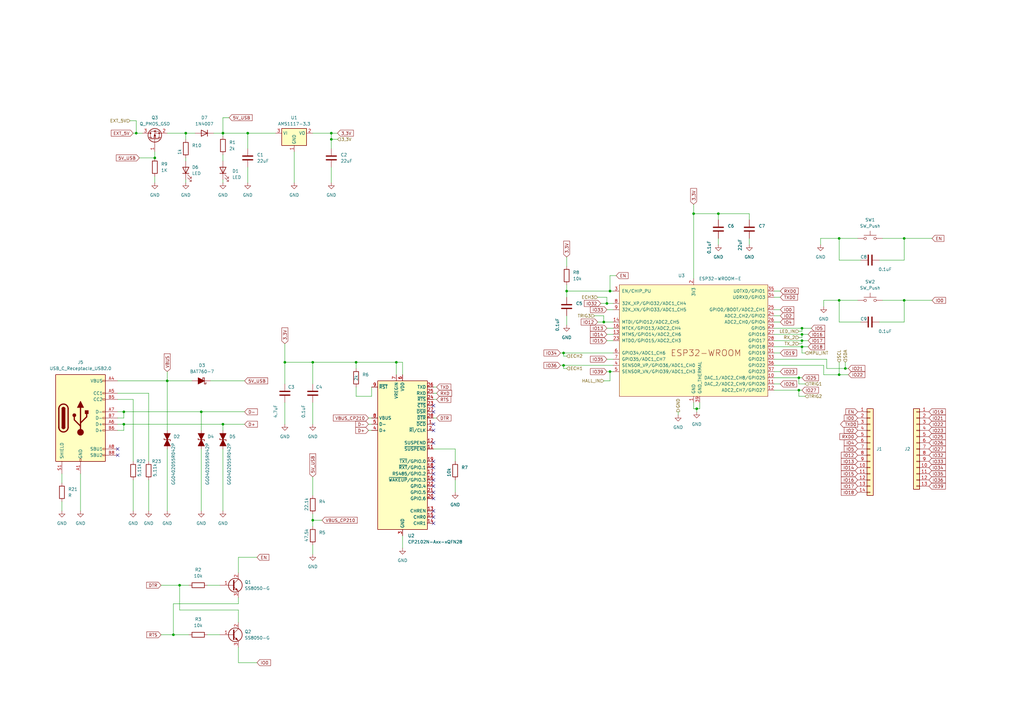
<source format=kicad_sch>
(kicad_sch (version 20230121) (generator eeschema)
  (paper "A3")
  (title_block (title "ESP32_1") (rev "1") (company "FRED"))
  (lib_symbols
    (symbol "Connector:USB_C_Receptacle_USB2.0" (pin_names (offset 1.016))
      (property "Reference" "J" (at -10.16 19.05 0))
      (property "Value" "USB_C_Receptacle_USB2.0" (at 19.05 19.05 0))
      (symbol "USB_C_Receptacle_USB2.0_1_1"
        (pin passive line (at 0 -22.86 90) (length 5.08) (name "GND") (number "A1"))
        (pin passive line (at 0 -22.86 90) (length 5.08) hide (name "GND") (number "A12"))
        (pin passive line (at 15.24 15.24 180) (length 5.08) (name "VBUS") (number "A4"))
        (pin bidirectional line (at 15.24 10.16 180) (length 5.08) (name "CC1") (number "A5"))
        (pin bidirectional line (at 15.24 -2.54 180) (length 5.08) (name "D+") (number "A6"))
        (pin bidirectional line (at 15.24 2.54 180) (length 5.08) (name "D-") (number "A7"))
        (pin bidirectional line (at 15.24 -12.7 180) (length 5.08) (name "SBU1") (number "A8"))
        (pin passive line (at 15.24 15.24 180) (length 5.08) hide (name "VBUS") (number "A9"))
        (pin passive line (at 0 -22.86 90) (length 5.08) hide (name "GND") (number "B1"))
        (pin passive line (at 0 -22.86 90) (length 5.08) hide (name "GND") (number "B12"))
        (pin passive line (at 15.24 15.24 180) (length 5.08) hide (name "VBUS") (number "B4"))
        (pin bidirectional line (at 15.24 7.62 180) (length 5.08) (name "CC2") (number "B5"))
        (pin bidirectional line (at 15.24 -5.08 180) (length 5.08) (name "D+") (number "B6"))
        (pin bidirectional line (at 15.24 0 180) (length 5.08) (name "D-") (number "B7"))
        (pin bidirectional line (at 15.24 -15.24 180) (length 5.08) (name "SBU2") (number "B8"))
        (pin passive line (at 15.24 15.24 180) (length 5.08) hide (name "VBUS") (number "B9"))
        (pin passive line (at -7.62 -22.86 90) (length 5.08) (name "SHIELD") (number "S1"))
      )
    )
    (symbol "Connector_Generic:Conn_01x13" (pin_names (offset 1.016) hide)
      (property "Reference" "J" (at 0 17.78 0))
      (property "Value" "Conn_01x13" (at 0 -17.78 0))
      (symbol "Conn_01x13_1_1"
        (pin passive line (at -5.08 15.24 0) (length 3.81) (name "Pin_1") (number "1"))
        (pin passive line (at -5.08 -7.62 0) (length 3.81) (name "Pin_10") (number "10"))
        (pin passive line (at -5.08 -10.16 0) (length 3.81) (name "Pin_11") (number "11"))
        (pin passive line (at -5.08 -12.7 0) (length 3.81) (name "Pin_12") (number "12"))
        (pin passive line (at -5.08 -15.24 0) (length 3.81) (name "Pin_13") (number "13"))
        (pin passive line (at -5.08 12.7 0) (length 3.81) (name "Pin_2") (number "2"))
        (pin passive line (at -5.08 10.16 0) (length 3.81) (name "Pin_3") (number "3"))
        (pin passive line (at -5.08 7.62 0) (length 3.81) (name "Pin_4") (number "4"))
        (pin passive line (at -5.08 5.08 0) (length 3.81) (name "Pin_5") (number "5"))
        (pin passive line (at -5.08 2.54 0) (length 3.81) (name "Pin_6") (number "6"))
        (pin passive line (at -5.08 0 0) (length 3.81) (name "Pin_7") (number "7"))
        (pin passive line (at -5.08 -2.54 0) (length 3.81) (name "Pin_8") (number "8"))
        (pin passive line (at -5.08 -5.08 0) (length 3.81) (name "Pin_9") (number "9"))
      )
    )
    (symbol "Connector_Generic:Conn_01x14" (pin_names (offset 1.016) hide)
      (property "Reference" "J" (at 0 17.78 0))
      (property "Value" "Conn_01x14" (at 0 -20.32 0))
      (symbol "Conn_01x14_1_1"
        (pin passive line (at -5.08 15.24 0) (length 3.81) (name "Pin_1") (number "1"))
        (pin passive line (at -5.08 -7.62 0) (length 3.81) (name "Pin_10") (number "10"))
        (pin passive line (at -5.08 -10.16 0) (length 3.81) (name "Pin_11") (number "11"))
        (pin passive line (at -5.08 -12.7 0) (length 3.81) (name "Pin_12") (number "12"))
        (pin passive line (at -5.08 -15.24 0) (length 3.81) (name "Pin_13") (number "13"))
        (pin passive line (at -5.08 -17.78 0) (length 3.81) (name "Pin_14") (number "14"))
        (pin passive line (at -5.08 12.7 0) (length 3.81) (name "Pin_2") (number "2"))
        (pin passive line (at -5.08 10.16 0) (length 3.81) (name "Pin_3") (number "3"))
        (pin passive line (at -5.08 7.62 0) (length 3.81) (name "Pin_4") (number "4"))
        (pin passive line (at -5.08 5.08 0) (length 3.81) (name "Pin_5") (number "5"))
        (pin passive line (at -5.08 2.54 0) (length 3.81) (name "Pin_6") (number "6"))
        (pin passive line (at -5.08 0 0) (length 3.81) (name "Pin_7") (number "7"))
        (pin passive line (at -5.08 -2.54 0) (length 3.81) (name "Pin_8") (number "8"))
        (pin passive line (at -5.08 -5.08 0) (length 3.81) (name "Pin_9") (number "9"))
      )
    )
    (symbol "Device:C" (pin_numbers hide) (pin_names (offset 0.254))
      (property "Reference" "C" (at 0.635 2.54 0))
      (property "Value" "C" (at 0.635 -2.54 0))
      (symbol "C_1_1"
        (pin passive line (at 0 3.81 270) (length 2.794) (name "~") (number "1"))
        (pin passive line (at 0 -3.81 90) (length 2.794) (name "~") (number "2"))
      )
    )
    (symbol "Device:D_Schottky_Filled" (pin_numbers hide) (pin_names (offset 1.016) hide)
      (property "Reference" "D" (at 0 2.54 0))
      (property "Value" "D_Schottky_Filled" (at 0 -2.54 0))
      (symbol "D_Schottky_Filled_1_1"
        (pin passive line (at -3.81 0 0) (length 2.54) (name "K") (number "1"))
        (pin passive line (at 3.81 0 180) (length 2.54) (name "A") (number "2"))
      )
    )
    (symbol "Device:D_TVS_Filled" (pin_numbers hide) (pin_names (offset 1.016) hide)
      (property "Reference" "D" (at 0 2.54 0))
      (property "Value" "D_TVS_Filled" (at 0 -2.54 0))
      (symbol "D_TVS_Filled_1_1"
        (pin passive line (at -3.81 0 0) (length 2.54) (name "A1") (number "1"))
        (pin passive line (at 3.81 0 180) (length 2.54) (name "A2") (number "2"))
      )
    )
    (symbol "Device:LED" (pin_numbers hide) (pin_names (offset 1.016) hide)
      (property "Reference" "D" (at 0 2.54 0))
      (property "Value" "LED" (at 0 -2.54 0))
      (symbol "LED_1_1"
        (pin passive line (at -3.81 0 0) (length 2.54) (name "K") (number "1"))
        (pin passive line (at 3.81 0 180) (length 2.54) (name "A") (number "2"))
      )
    )
    (symbol "Device:Q_PMOS_GSD" (pin_names (offset 0) hide)
      (property "Reference" "Q" (at 5.08 1.27 0))
      (property "Value" "Q_PMOS_GSD" (at 5.08 -1.27 0))
      (symbol "Q_PMOS_GSD_1_1"
        (pin input line (at -5.08 0 0) (length 2.54) (name "G") (number "1"))
        (pin passive line (at 2.54 -5.08 90) (length 2.54) (name "S") (number "2"))
        (pin passive line (at 2.54 5.08 270) (length 2.54) (name "D") (number "3"))
      )
    )
    (symbol "Device:R" (pin_numbers hide) (pin_names (offset 0))
      (property "Reference" "R" (at 2.032 0 90))
      (property "Value" "R" (at 0 0 90))
      (symbol "R_1_1"
        (pin passive line (at 0 3.81 270) (length 1.27) (name "~") (number "1"))
        (pin passive line (at 0 -3.81 90) (length 1.27) (name "~") (number "2"))
      )
    )
    (symbol "Diode:1N4007" (pin_numbers hide) (pin_names hide)
      (property "Reference" "D" (at 0 2.54 0))
      (property "Value" "1N4007" (at 0 -2.54 0))
      (symbol "1N4007_1_1"
        (pin passive line (at -3.81 0 0) (length 2.54) (name "K") (number "1"))
        (pin passive line (at 3.81 0 180) (length 2.54) (name "A") (number "2"))
      )
    )
    (symbol "Interface_USB:CP2102N-Axx-xQFN28"
      (property "Reference" "U" (at -8.89 31.75 0))
      (property "Value" "CP2102N-Axx-xQFN28" (at 12.7 31.75 0))
      (symbol "CP2102N-Axx-xQFN28_1_1"
        (pin input line (at 12.7 12.7 180) (length 2.54) (name "~{DCD}") (number "1"))
        (pin no_connect line (at -10.16 -27.94 0) (length 2.54) hide (name "NC") (number "10"))
        (pin output line (at 12.7 2.54 180) (length 2.54) (name "~{SUSPEND}") (number "11"))
        (pin output line (at 12.7 5.08 180) (length 2.54) (name "SUSPEND") (number "12"))
        (pin output line (at 12.7 -22.86 180) (length 2.54) (name "CHREN") (number "13"))
        (pin output line (at 12.7 -27.94 180) (length 2.54) (name "CHR1") (number "14"))
        (pin output line (at 12.7 -25.4 180) (length 2.54) (name "CHR0") (number "15"))
        (pin bidirectional line (at 12.7 -10.16 180) (length 2.54) (name "~{WAKEUP}/GPIO.3") (number "16"))
        (pin bidirectional line (at 12.7 -7.62 180) (length 2.54) (name "RS485/GPIO.2") (number "17"))
        (pin bidirectional line (at 12.7 -5.08 180) (length 2.54) (name "~{RXT}/GPIO.1") (number "18"))
        (pin bidirectional line (at 12.7 -2.54 180) (length 2.54) (name "~{TXT}/GPIO.0") (number "19"))
        (pin bidirectional line (at 12.7 10.16 180) (length 2.54) (name "~{RI}/CLK") (number "2"))
        (pin bidirectional line (at 12.7 -17.78 180) (length 2.54) (name "GPIO.6") (number "20"))
        (pin bidirectional line (at 12.7 -15.24 180) (length 2.54) (name "GPIO.5") (number "21"))
        (pin bidirectional line (at 12.7 -12.7 180) (length 2.54) (name "GPIO.4") (number "22"))
        (pin input line (at 12.7 20.32 180) (length 2.54) (name "~{CTS}") (number "23"))
        (pin output line (at 12.7 22.86 180) (length 2.54) (name "~{RTS}") (number "24"))
        (pin input line (at 12.7 25.4 180) (length 2.54) (name "RXD") (number "25"))
        (pin output line (at 12.7 27.94 180) (length 2.54) (name "TXD") (number "26"))
        (pin input line (at 12.7 17.78 180) (length 2.54) (name "~{DSR}") (number "27"))
        (pin output line (at 12.7 15.24 180) (length 2.54) (name "~{DTR}") (number "28"))
        (pin passive line (at 0 -33.02 90) (length 2.54) hide (name "GND") (number "29"))
        (pin power_in line (at 0 -33.02 90) (length 2.54) (name "GND") (number "3"))
        (pin bidirectional line (at -12.7 10.16 0) (length 2.54) (name "D+") (number "4"))
        (pin bidirectional line (at -12.7 12.7 0) (length 2.54) (name "D-") (number "5"))
        (pin power_in line (at 0 33.02 270) (length 2.54) (name "VDD") (number "6"))
        (pin power_in line (at -2.54 33.02 270) (length 2.54) (name "VREGIN") (number "7"))
        (pin input line (at -12.7 15.24 0) (length 2.54) (name "VBUS") (number "8"))
        (pin input line (at -12.7 27.94 0) (length 2.54) (name "~{RST}") (number "9"))
      )
    )
    (symbol "PCM_Espressif:ESP32-WROOM-E" (pin_names (offset 1.016))
      (property "Reference" "U" (at -30.48 27.94 0))
      (property "Value" "ESP32-WROOM-E" (at -30.48 25.4 0))
      (symbol "ESP32-WROOM-E_1_1"
        (text "ESP32-­WROOM­" (at 5.08 -5.08 0) (effects (font (size 2.54 2.54))))
        (pin power_in line (at 0 -25.4 90) (length 2.54) (name "GND") (number "1"))
        (pin bidirectional line (at 33.02 -15.24 180) (length 2.54) (name "DAC_1/ADC2_CH8/GPIO25") (number "10"))
        (pin bidirectional line (at 33.02 -17.78 180) (length 2.54) (name "DAC_2/ADC2_CH9/GPIO26") (number "11"))
        (pin bidirectional line (at 33.02 -20.32 180) (length 2.54) (name "ADC2_CH7/GPIO27") (number "12"))
        (pin bidirectional line (at -33.02 2.54 0) (length 2.54) (name "MTMS/GPIO14/ADC2_CH6") (number "13"))
        (pin bidirectional line (at -33.02 7.62 0) (length 2.54) (name "MTDI/GPIO12/ADC2_CH5") (number "14"))
        (pin passive line (at 0 -25.4 90) (length 2.54) hide (name "GND") (number "15"))
        (pin bidirectional line (at -33.02 5.08 0) (length 2.54) (name "MTCK/GPIO13/ADC2_CH4") (number "16"))
        (pin power_in line (at 0 25.4 270) (length 2.54) (name "3V3") (number "2"))
        (pin bidirectional line (at -33.02 0 0) (length 2.54) (name "MTDO/GPIO15/ADC2_CH3") (number "23"))
        (pin bidirectional line (at 33.02 10.16 180) (length 2.54) (name "ADC2_CH2/GPIO2") (number "24"))
        (pin bidirectional line (at 33.02 12.7 180) (length 2.54) (name "GPIO0/BOOT/ADC2_CH1") (number "25"))
        (pin bidirectional line (at 33.02 7.62 180) (length 2.54) (name "ADC2_CH0/GPIO4") (number "26"))
        (pin bidirectional line (at 33.02 2.54 180) (length 2.54) (name "GPIO16") (number "27"))
        (pin bidirectional line (at 33.02 0 180) (length 2.54) (name "GPIO17") (number "28"))
        (pin bidirectional line (at 33.02 5.08 180) (length 2.54) (name "GPIO5") (number "29"))
        (pin input line (at -33.02 20.32 0) (length 2.54) (name "EN/CHIP_PU") (number "3"))
        (pin bidirectional line (at 33.02 -2.54 180) (length 2.54) (name "GPIO18") (number "30"))
        (pin bidirectional line (at 33.02 -5.08 180) (length 2.54) (name "GPIO19") (number "31"))
        (pin bidirectional line (at 33.02 -7.62 180) (length 2.54) (name "GPIO21") (number "33"))
        (pin bidirectional line (at 33.02 17.78 180) (length 2.54) (name "U0RXD/GPIO3") (number "34"))
        (pin bidirectional line (at 33.02 20.32 180) (length 2.54) (name "U0TXD/GPIO1") (number "35"))
        (pin bidirectional line (at 33.02 -10.16 180) (length 2.54) (name "GPIO22") (number "36"))
        (pin bidirectional line (at 33.02 -12.7 180) (length 2.54) (name "GPIO23") (number "37"))
        (pin passive line (at 0 -25.4 90) (length 2.54) hide (name "GND") (number "38"))
        (pin power_in line (at 2.54 -25.4 90) (length 2.54) (name "GND_THERMAL") (number "39"))
        (pin input line (at -33.02 -10.16 0) (length 2.54) (name "SENSOR_VP/GPIO36/ADC1_CH0") (number "4"))
        (pin input line (at -33.02 -12.7 0) (length 2.54) (name "SENSOR_VN/GPIO39/ADC1_CH3") (number "5"))
        (pin input line (at -33.02 -5.08 0) (length 2.54) (name "GPIO34/ADC1_CH6") (number "6"))
        (pin input line (at -33.02 -7.62 0) (length 2.54) (name "GPIO35/ADC1_CH7") (number "7"))
        (pin bidirectional line (at -33.02 15.24 0) (length 2.54) (name "32K_XP/GPIO32/ADC1_CH4") (number "8"))
        (pin bidirectional line (at -33.02 12.7 0) (length 2.54) (name "32K_XN/GPIO33/ADC1_CH5") (number "9"))
      )
    )
    (symbol "Regulator_Linear:AMS1117-3.3"
      (property "Reference" "U" (at -3.81 3.175 0))
      (property "Value" "AMS1117-3.3" (at 0 3.175 0))
      (symbol "AMS1117-3.3_1_1"
        (pin power_in line (at 0 -7.62 90) (length 2.54) (name "GND") (number "1"))
        (pin power_out line (at 7.62 0 180) (length 2.54) (name "VO") (number "2"))
        (pin power_in line (at -7.62 0 0) (length 2.54) (name "VI") (number "3"))
      )
    )
    (symbol "Switch:SW_Push" (pin_numbers hide) (pin_names (offset 1.016) hide)
      (property "Reference" "SW" (at 1.27 2.54 0))
      (property "Value" "SW_Push" (at 0 -1.524 0))
      (symbol "SW_Push_0_1"
        (pin passive line (at -5.08 0 0) (length 2.54) (name "1") (number "1"))
        (pin passive line (at 5.08 0 180) (length 2.54) (name "2") (number "2"))
      )
    )
    (symbol "Transistor_BJT:2SD1047" (pin_names (offset 0) hide)
      (property "Reference" "Q" (at 6.35 1.905 0))
      (property "Value" "2SD1047" (at 6.35 0 0))
      (symbol "2SD1047_1_1"
        (pin input line (at -5.08 0 0) (length 5.08) (name "B") (number "1"))
        (pin passive line (at 2.54 5.08 270) (length 2.54) (name "C") (number "2"))
        (pin passive line (at 2.54 -5.08 90) (length 2.54) (name "E") (number "3"))
      )
    )
    (symbol "power:GND" (power) (pin_names (offset 0))
      (property "Value" "GND" (at 0 -3.81 0))
      (symbol "GND_1_1"
        (pin power_in line (at 0 0 270) (length 0) hide (name "GND") (number "1"))
      )
    )
  )
  (junction (at 68.58 156.21))
  (junction (at 328.93 137.16))
  (junction (at 128.27 213.36))
  (junction (at 73.66 240.03))
  (junction (at 135.89 57.15))
  (junction (at 344.17 123.19))
  (junction (at 248.92 124.46))
  (junction (at 146.05 148.59))
  (junction (at 232.41 119.38))
  (junction (at 71.12 260.35))
  (junction (at 370.84 97.79))
  (junction (at 328.93 139.7))
  (junction (at 344.17 97.79))
  (junction (at 285.75 167.64))
  (junction (at 116.84 148.59))
  (junction (at 63.5 64.77))
  (junction (at 50.8 168.91))
  (junction (at 328.93 142.24))
  (junction (at 328.93 134.62))
  (junction (at 128.27 148.59))
  (junction (at 344.17 153.67))
  (junction (at 250.19 119.38))
  (junction (at 82.55 168.91))
  (junction (at 55.88 54.61))
  (junction (at 346.71 151.13))
  (junction (at 247.65 132.08))
  (junction (at 370.84 123.19))
  (junction (at 284.48 87.63))
  (junction (at 231.14 144.78))
  (junction (at 91.44 173.99))
  (junction (at 327.66 160.02))
  (junction (at 162.56 148.59))
  (junction (at 250.19 152.4))
  (junction (at 231.14 149.86))
  (junction (at 50.8 173.99))
  (junction (at 327.66 154.94))
  (junction (at 76.2 54.61))
  (junction (at 135.89 54.61))
  (junction (at 294.64 87.63))
  (junction (at 101.6 54.61))
  (junction (at 91.44 54.61))
  (no_connect (at 177.8 196.85))
  (no_connect (at 177.8 212.09))
  (no_connect (at 177.8 189.23))
  (no_connect (at 48.26 186.69))
  (no_connect (at 177.8 191.77))
  (no_connect (at 177.8 209.55))
  (no_connect (at 177.8 201.93))
  (no_connect (at 177.8 173.99))
  (no_connect (at 177.8 166.37))
  (no_connect (at 177.8 204.47))
  (no_connect (at 177.8 214.63))
  (no_connect (at 177.8 176.53))
  (no_connect (at 48.26 184.15))
  (no_connect (at 177.8 181.61))
  (no_connect (at 177.8 194.31))
  (no_connect (at 177.8 168.91))
  (no_connect (at 177.8 199.39))
  (wire (pts (xy 128.27 148.59) (xy 146.05 148.59)))
  (wire (pts (xy 135.89 54.61) (xy 135.89 57.15)))
  (wire (pts (xy 71.12 247.65) (xy 97.79 247.65)))
  (wire (pts (xy 231.14 144.78) (xy 251.46 144.78)))
  (wire (pts (xy 353.06 106.68) (xy 344.17 106.68)))
  (wire (pts (xy 337.82 123.19) (xy 344.17 123.19)))
  (wire (pts (xy 25.4 205.74) (xy 25.4 209.55)))
  (wire (pts (xy 320.04 129.54) (xy 317.5 129.54)))
  (wire (pts (xy 165.1 153.67) (xy 165.1 148.59)))
  (wire (pts (xy 50.8 168.91) (xy 82.55 168.91)))
  (wire (pts (xy 328.93 139.7) (xy 317.5 139.7)))
  (wire (pts (xy 146.05 162.56) (xy 152.4 162.56)))
  (wire (pts (xy 54.61 196.85) (xy 54.61 209.55)))
  (wire (pts (xy 328.93 135.89) (xy 328.93 134.62)))
  (wire (pts (xy 165.1 219.71) (xy 165.1 224.79)))
  (wire (pts (xy 186.69 189.23) (xy 186.69 184.15)))
  (wire (pts (xy 54.61 163.83) (xy 54.61 189.23)))
  (wire (pts (xy 328.93 160.02) (xy 327.66 160.02)))
  (wire (pts (xy 50.8 171.45) (xy 48.26 171.45)))
  (wire (pts (xy 320.04 119.38) (xy 317.5 119.38)))
  (wire (pts (xy 294.64 97.79) (xy 294.64 100.33)))
  (wire (pts (xy 344.17 97.79) (xy 351.79 97.79)))
  (wire (pts (xy 232.41 105.41) (xy 232.41 109.22)))
  (wire (pts (xy 232.41 121.92) (xy 232.41 119.38)))
  (wire (pts (xy 248.92 134.62) (xy 251.46 134.62)))
  (wire (pts (xy 128.27 213.36) (xy 132.08 213.36)))
  (wire (pts (xy 247.65 129.54) (xy 247.65 132.08)))
  (wire (pts (xy 48.26 156.21) (xy 68.58 156.21)))
  (wire (pts (xy 85.09 260.35) (xy 90.17 260.35)))
  (wire (pts (xy 77.47 240.03) (xy 73.66 240.03)))
  (wire (pts (xy 344.17 106.68) (xy 344.17 97.79)))
  (wire (pts (xy 327.66 140.97) (xy 328.93 140.97)))
  (wire (pts (xy 135.89 68.58) (xy 135.89 74.93)))
  (wire (pts (xy 248.92 121.92) (xy 248.92 124.46)))
  (wire (pts (xy 66.04 260.35) (xy 71.12 260.35)))
  (wire (pts (xy 146.05 162.56) (xy 146.05 158.75)))
  (wire (pts (xy 307.34 87.63) (xy 307.34 90.17)))
  (wire (pts (xy 347.98 153.67) (xy 344.17 153.67)))
  (wire (pts (xy 287.02 165.1) (xy 287.02 167.64)))
  (wire (pts (xy 284.48 87.63) (xy 294.64 87.63)))
  (wire (pts (xy 370.84 123.19) (xy 382.27 123.19)))
  (wire (pts (xy 344.17 132.08) (xy 344.17 123.19)))
  (wire (pts (xy 128.27 227.33) (xy 128.27 223.52)))
  (wire (pts (xy 328.93 137.16) (xy 317.5 137.16)))
  (wire (pts (xy 285.75 168.91) (xy 285.75 167.64)))
  (wire (pts (xy 63.5 72.39) (xy 63.5 74.93)))
  (wire (pts (xy 327.66 154.94) (xy 317.5 154.94)))
  (wire (pts (xy 91.44 54.61) (xy 101.6 54.61)))
  (wire (pts (xy 76.2 74.93) (xy 76.2 73.66)))
  (wire (pts (xy 66.04 240.03) (xy 73.66 240.03)))
  (wire (pts (xy 48.26 163.83) (xy 54.61 163.83)))
  (wire (pts (xy 97.79 265.43) (xy 97.79 271.78)))
  (wire (pts (xy 146.05 148.59) (xy 162.56 148.59)))
  (wire (pts (xy 82.55 184.15) (xy 82.55 209.55)))
  (wire (pts (xy 330.2 157.48) (xy 327.66 157.48)))
  (wire (pts (xy 63.5 62.23) (xy 63.5 64.77)))
  (wire (pts (xy 320.04 157.48) (xy 317.5 157.48)))
  (wire (pts (xy 320.04 121.92) (xy 317.5 121.92)))
  (wire (pts (xy 91.44 48.26) (xy 91.44 54.61)))
  (wire (pts (xy 247.65 132.08) (xy 251.46 132.08)))
  (wire (pts (xy 332.74 134.62) (xy 328.93 134.62)))
  (wire (pts (xy 151.13 176.53) (xy 152.4 176.53)))
  (wire (pts (xy 151.13 171.45) (xy 152.4 171.45)))
  (wire (pts (xy 294.64 90.17) (xy 294.64 87.63)))
  (wire (pts (xy 287.02 167.64) (xy 285.75 167.64)))
  (wire (pts (xy 294.64 87.63) (xy 307.34 87.63)))
  (wire (pts (xy 91.44 48.26) (xy 93.98 48.26)))
  (wire (pts (xy 328.93 142.24) (xy 317.5 142.24)))
  (wire (pts (xy 135.89 54.61) (xy 138.43 54.61)))
  (wire (pts (xy 50.8 173.99) (xy 91.44 173.99)))
  (wire (pts (xy 330.2 162.56) (xy 327.66 162.56)))
  (wire (pts (xy 186.69 201.93) (xy 186.69 196.85)))
  (wire (pts (xy 328.93 138.43) (xy 328.93 137.16)))
  (wire (pts (xy 48.26 173.99) (xy 50.8 173.99)))
  (wire (pts (xy 68.58 152.4) (xy 68.58 156.21)))
  (wire (pts (xy 344.17 153.67) (xy 337.82 153.67)))
  (wire (pts (xy 76.2 54.61) (xy 80.01 54.61)))
  (wire (pts (xy 179.07 163.83) (xy 177.8 163.83)))
  (wire (pts (xy 91.44 73.66) (xy 91.44 74.93)))
  (wire (pts (xy 53.34 49.53) (xy 55.88 49.53)))
  (wire (pts (xy 320.04 132.08) (xy 317.5 132.08)))
  (wire (pts (xy 336.55 97.79) (xy 344.17 97.79)))
  (wire (pts (xy 245.11 132.08) (xy 247.65 132.08)))
  (wire (pts (xy 248.92 147.32) (xy 251.46 147.32)))
  (wire (pts (xy 179.07 161.29) (xy 177.8 161.29)))
  (wire (pts (xy 128.27 54.61) (xy 135.89 54.61)))
  (wire (pts (xy 135.89 57.15) (xy 138.43 57.15)))
  (wire (pts (xy 327.66 135.89) (xy 328.93 135.89)))
  (wire (pts (xy 320.04 144.78) (xy 317.5 144.78)))
  (wire (pts (xy 232.41 119.38) (xy 250.19 119.38)))
  (wire (pts (xy 229.87 144.78) (xy 231.14 144.78)))
  (wire (pts (xy 146.05 151.13) (xy 146.05 148.59)))
  (wire (pts (xy 71.12 260.35) (xy 71.12 247.65)))
  (wire (pts (xy 91.44 63.5) (xy 91.44 66.04)))
  (wire (pts (xy 85.09 240.03) (xy 90.17 240.03)))
  (wire (pts (xy 50.8 168.91) (xy 50.8 171.45)))
  (wire (pts (xy 337.82 149.86) (xy 317.5 149.86)))
  (wire (pts (xy 231.14 149.86) (xy 251.46 149.86)))
  (wire (pts (xy 97.79 228.6) (xy 105.41 228.6)))
  (wire (pts (xy 320.04 127) (xy 317.5 127)))
  (wire (pts (xy 162.56 148.59) (xy 162.56 153.67)))
  (wire (pts (xy 250.19 113.03) (xy 250.19 119.38)))
  (wire (pts (xy 331.47 139.7) (xy 328.93 139.7)))
  (wire (pts (xy 339.09 151.13) (xy 339.09 147.32)))
  (wire (pts (xy 328.93 134.62) (xy 317.5 134.62)))
  (wire (pts (xy 370.84 132.08) (xy 370.84 123.19)))
  (wire (pts (xy 55.88 49.53) (xy 55.88 54.61)))
  (wire (pts (xy 347.98 151.13) (xy 346.71 151.13)))
  (wire (pts (xy 97.79 247.65) (xy 97.79 245.11)))
  (wire (pts (xy 360.68 106.68) (xy 370.84 106.68)))
  (wire (pts (xy 87.63 54.61) (xy 91.44 54.61)))
  (wire (pts (xy 120.65 62.23) (xy 120.65 74.93)))
  (wire (pts (xy 48.26 161.29) (xy 60.96 161.29)))
  (wire (pts (xy 336.55 100.33) (xy 336.55 97.79)))
  (wire (pts (xy 54.61 54.61) (xy 55.88 54.61)))
  (wire (pts (xy 307.34 97.79) (xy 307.34 100.33)))
  (wire (pts (xy 73.66 240.03) (xy 73.66 250.19)))
  (wire (pts (xy 320.04 152.4) (xy 317.5 152.4)))
  (wire (pts (xy 68.58 156.21) (xy 78.74 156.21)))
  (wire (pts (xy 179.07 171.45) (xy 177.8 171.45)))
  (wire (pts (xy 337.82 153.67) (xy 337.82 149.86)))
  (wire (pts (xy 186.69 184.15) (xy 177.8 184.15)))
  (wire (pts (xy 331.47 142.24) (xy 328.93 142.24)))
  (wire (pts (xy 284.48 114.3) (xy 284.48 87.63)))
  (wire (pts (xy 248.92 127) (xy 251.46 127)))
  (wire (pts (xy 247.65 156.21) (xy 250.19 156.21)))
  (wire (pts (xy 328.93 154.94) (xy 327.66 154.94)))
  (wire (pts (xy 285.75 167.64) (xy 284.48 167.64)))
  (wire (pts (xy 50.8 173.99) (xy 50.8 176.53)))
  (wire (pts (xy 73.66 250.19) (xy 97.79 250.19)))
  (wire (pts (xy 360.68 132.08) (xy 370.84 132.08)))
  (wire (pts (xy 91.44 55.88) (xy 91.44 54.61)))
  (wire (pts (xy 25.4 194.31) (xy 25.4 198.12)))
  (wire (pts (xy 353.06 132.08) (xy 344.17 132.08)))
  (wire (pts (xy 370.84 97.79) (xy 382.27 97.79)))
  (wire (pts (xy 151.13 173.99) (xy 152.4 173.99)))
  (wire (pts (xy 97.79 250.19) (xy 97.79 255.27)))
  (wire (pts (xy 68.58 156.21) (xy 68.58 176.53)))
  (wire (pts (xy 91.44 173.99) (xy 91.44 176.53)))
  (wire (pts (xy 101.6 54.61) (xy 113.03 54.61)))
  (wire (pts (xy 232.41 129.54) (xy 232.41 133.35)))
  (wire (pts (xy 327.66 154.94) (xy 327.66 157.48)))
  (wire (pts (xy 370.84 97.79) (xy 361.95 97.79)))
  (wire (pts (xy 33.02 194.31) (xy 33.02 209.55)))
  (wire (pts (xy 152.4 162.56) (xy 152.4 158.75)))
  (wire (pts (xy 232.41 151.13) (xy 231.14 151.13)))
  (wire (pts (xy 337.82 125.73) (xy 337.82 123.19)))
  (wire (pts (xy 327.66 162.56) (xy 327.66 160.02)))
  (wire (pts (xy 344.17 123.19) (xy 351.79 123.19)))
  (wire (pts (xy 97.79 234.95) (xy 97.79 228.6)))
  (wire (pts (xy 57.15 64.77) (xy 63.5 64.77)))
  (wire (pts (xy 165.1 148.59) (xy 162.56 148.59)))
  (wire (pts (xy 77.47 260.35) (xy 71.12 260.35)))
  (wire (pts (xy 250.19 152.4) (xy 251.46 152.4)))
  (wire (pts (xy 76.2 66.04) (xy 76.2 64.77)))
  (wire (pts (xy 248.92 139.7) (xy 251.46 139.7)))
  (wire (pts (xy 231.14 151.13) (xy 231.14 149.86)))
  (wire (pts (xy 68.58 54.61) (xy 76.2 54.61)))
  (wire (pts (xy 50.8 176.53) (xy 48.26 176.53)))
  (wire (pts (xy 252.73 113.03) (xy 250.19 113.03)))
  (wire (pts (xy 82.55 168.91) (xy 82.55 176.53)))
  (wire (pts (xy 179.07 158.75) (xy 177.8 158.75)))
  (wire (pts (xy 248.92 137.16) (xy 251.46 137.16)))
  (wire (pts (xy 128.27 195.58) (xy 128.27 203.2)))
  (wire (pts (xy 344.17 148.59) (xy 344.17 153.67)))
  (wire (pts (xy 328.93 144.78) (xy 328.93 142.24)))
  (wire (pts (xy 284.48 167.64) (xy 284.48 165.1)))
  (wire (pts (xy 339.09 147.32) (xy 317.5 147.32)))
  (wire (pts (xy 128.27 165.1) (xy 128.27 173.99)))
  (wire (pts (xy 346.71 151.13) (xy 339.09 151.13)))
  (wire (pts (xy 248.92 124.46) (xy 251.46 124.46)))
  (wire (pts (xy 116.84 165.1) (xy 116.84 173.99)))
  (wire (pts (xy 116.84 148.59) (xy 128.27 148.59)))
  (wire (pts (xy 101.6 54.61) (xy 101.6 60.96)))
  (wire (pts (xy 231.14 146.05) (xy 231.14 144.78)))
  (wire (pts (xy 91.44 184.15) (xy 91.44 209.55)))
  (wire (pts (xy 86.36 156.21) (xy 100.33 156.21)))
  (wire (pts (xy 135.89 57.15) (xy 135.89 60.96)))
  (wire (pts (xy 232.41 146.05) (xy 231.14 146.05)))
  (wire (pts (xy 346.71 148.59) (xy 346.71 151.13)))
  (wire (pts (xy 232.41 116.84) (xy 232.41 119.38)))
  (wire (pts (xy 55.88 54.61) (xy 58.42 54.61)))
  (wire (pts (xy 97.79 271.78) (xy 105.41 271.78)))
  (wire (pts (xy 128.27 213.36) (xy 128.27 215.9)))
  (wire (pts (xy 250.19 156.21) (xy 250.19 152.4)))
  (wire (pts (xy 68.58 184.15) (xy 68.58 209.55)))
  (wire (pts (xy 229.87 149.86) (xy 231.14 149.86)))
  (wire (pts (xy 116.84 157.48) (xy 116.84 148.59)))
  (wire (pts (xy 101.6 68.58) (xy 101.6 74.93)))
  (wire (pts (xy 91.44 173.99) (xy 100.33 173.99)))
  (wire (pts (xy 327.66 138.43) (xy 328.93 138.43)))
  (wire (pts (xy 116.84 140.97) (xy 116.84 148.59)))
  (wire (pts (xy 246.38 124.46) (xy 248.92 124.46)))
  (wire (pts (xy 48.26 168.91) (xy 50.8 168.91)))
  (wire (pts (xy 60.96 161.29) (xy 60.96 189.23)))
  (wire (pts (xy 243.84 129.54) (xy 247.65 129.54)))
  (wire (pts (xy 245.11 121.92) (xy 248.92 121.92)))
  (wire (pts (xy 370.84 106.68) (xy 370.84 97.79)))
  (wire (pts (xy 328.93 140.97) (xy 328.93 139.7)))
  (wire (pts (xy 82.55 168.91) (xy 100.33 168.91)))
  (wire (pts (xy 250.19 119.38) (xy 251.46 119.38)))
  (wire (pts (xy 370.84 123.19) (xy 361.95 123.19)))
  (wire (pts (xy 331.47 137.16) (xy 328.93 137.16)))
  (wire (pts (xy 330.2 144.78) (xy 328.93 144.78)))
  (wire (pts (xy 278.13 168.91) (xy 278.13 170.18)))
  (wire (pts (xy 128.27 210.82) (xy 128.27 213.36)))
  (wire (pts (xy 60.96 196.85) (xy 60.96 209.55)))
  (wire (pts (xy 128.27 148.59) (xy 128.27 157.48)))
  (wire (pts (xy 284.48 83.82) (xy 284.48 87.63)))
  (wire (pts (xy 327.66 160.02) (xy 317.5 160.02)))
  (wire (pts (xy 76.2 54.61) (xy 76.2 57.15)))
  (wire (pts (xy 248.92 152.4) (xy 250.19 152.4)))
  (global_label "IO12" (shape input) (at 245.11 132.08 180) (property "Intersheetrefs" "${INTERSHEET_REFS}" (effects hide)))
  (global_label "IO15" (shape input) (at 351.79 194.31 180) (property "Intersheetrefs" "${INTERSHEET_REFS}" (effects hide)))
  (global_label "IO18" (shape input) (at 351.79 201.93 180) (property "Intersheetrefs" "${INTERSHEET_REFS}" (effects hide)))
  (global_label "IO13" (shape input) (at 351.79 189.23 180) (property "Intersheetrefs" "${INTERSHEET_REFS}" (effects hide)))
  (global_label "IO33" (shape input) (at 381 189.23 0) (property "Intersheetrefs" "${INTERSHEET_REFS}" (effects hide)))
  (global_label "IO15" (shape input) (at 248.92 139.7 180) (property "Intersheetrefs" "${INTERSHEET_REFS}" (effects hide)))
  (global_label "EN" (shape input) (at 105.41 228.6 0) (property "Intersheetrefs" "${INTERSHEET_REFS}" (effects hide)))
  (global_label "IO0" (shape input) (at 105.41 271.78 0) (property "Intersheetrefs" "${INTERSHEET_REFS}" (effects hide)))
  (global_label "IO21" (shape input) (at 381 171.45 0) (property "Intersheetrefs" "${INTERSHEET_REFS}" (effects hide)))
  (global_label "VBUS_CP210" (shape input) (at 132.08 213.36 0) (property "Intersheetrefs" "${INTERSHEET_REFS}" (effects hide)))
  (global_label "5V_USB" (shape input) (at 93.98 48.26 0) (property "Intersheetrefs" "${INTERSHEET_REFS}" (effects hide)))
  (global_label "3,3V" (shape input) (at 232.41 105.41 90) (property "Intersheetrefs" "${INTERSHEET_REFS}" (effects hide)))
  (global_label "IO2" (shape input) (at 351.79 176.53 180) (property "Intersheetrefs" "${INTERSHEET_REFS}" (effects hide)))
  (global_label "IO23" (shape input) (at 320.04 152.4 0) (property "Intersheetrefs" "${INTERSHEET_REFS}" (effects hide)))
  (global_label "VBUS" (shape input) (at 68.58 152.4 90) (property "Intersheetrefs" "${INTERSHEET_REFS}" (effects hide)))
  (global_label "IO26" (shape input) (at 320.04 157.48 0) (property "Intersheetrefs" "${INTERSHEET_REFS}" (effects hide)))
  (global_label "IO14" (shape input) (at 248.92 137.16 180) (property "Intersheetrefs" "${INTERSHEET_REFS}" (effects hide)))
  (global_label "IO25" (shape input) (at 381 179.07 0) (property "Intersheetrefs" "${INTERSHEET_REFS}" (effects hide)))
  (global_label "IO39" (shape input) (at 381 199.39 0) (property "Intersheetrefs" "${INTERSHEET_REFS}" (effects hide)))
  (global_label "IO13" (shape input) (at 248.92 134.62 180) (property "Intersheetrefs" "${INTERSHEET_REFS}" (effects hide)))
  (global_label "IO27" (shape input) (at 381 184.15 0) (property "Intersheetrefs" "${INTERSHEET_REFS}" (effects hide)))
  (global_label "IO26" (shape input) (at 381 181.61 0) (property "Intersheetrefs" "${INTERSHEET_REFS}" (effects hide)))
  (global_label "IO34" (shape input) (at 229.87 144.78 180) (property "Intersheetrefs" "${INTERSHEET_REFS}" (effects hide)))
  (global_label "IO16" (shape input) (at 331.47 137.16 0) (property "Intersheetrefs" "${INTERSHEET_REFS}" (effects hide)))
  (global_label "IO18" (shape input) (at 331.47 142.24 0) (property "Intersheetrefs" "${INTERSHEET_REFS}" (effects hide)))
  (global_label "IO16" (shape input) (at 351.79 196.85 180) (property "Intersheetrefs" "${INTERSHEET_REFS}" (effects hide)))
  (global_label "IO22" (shape input) (at 381 173.99 0) (property "Intersheetrefs" "${INTERSHEET_REFS}" (effects hide)))
  (global_label "IO36" (shape input) (at 381 196.85 0) (property "Intersheetrefs" "${INTERSHEET_REFS}" (effects hide)))
  (global_label "IO23" (shape input) (at 381 176.53 0) (property "Intersheetrefs" "${INTERSHEET_REFS}" (effects hide)))
  (global_label "IO0" (shape input) (at 320.04 127 0) (property "Intersheetrefs" "${INTERSHEET_REFS}" (effects hide)))
  (global_label "IO5" (shape input) (at 332.74 134.62 0) (property "Intersheetrefs" "${INTERSHEET_REFS}" (effects hide)))
  (global_label "EXT_5V" (shape input) (at 54.61 54.61 180) (property "Intersheetrefs" "${INTERSHEET_REFS}" (effects hide)))
  (global_label "IO34" (shape input) (at 381 191.77 0) (property "Intersheetrefs" "${INTERSHEET_REFS}" (effects hide)))
  (global_label "IO21" (shape input) (at 347.98 151.13 0) (property "Intersheetrefs" "${INTERSHEET_REFS}" (effects hide)))
  (global_label "IO19" (shape input) (at 320.04 144.78 0) (property "Intersheetrefs" "${INTERSHEET_REFS}" (effects hide)))
  (global_label "IO4" (shape input) (at 320.04 132.08 0) (property "Intersheetrefs" "${INTERSHEET_REFS}" (effects hide)))
  (global_label "D+" (shape input) (at 151.13 176.53 180) (property "Intersheetrefs" "${INTERSHEET_REFS}" (effects hide)))
  (global_label "IO0" (shape input) (at 351.79 171.45 180) (property "Intersheetrefs" "${INTERSHEET_REFS}" (effects hide)))
  (global_label "TXD0" (shape input) (at 320.04 121.92 0) (property "Intersheetrefs" "${INTERSHEET_REFS}" (effects hide)))
  (global_label "IO0" (shape input) (at 382.27 123.19 0) (property "Intersheetrefs" "${INTERSHEET_REFS}" (effects hide)))
  (global_label "IO5" (shape input) (at 351.79 184.15 180) (property "Intersheetrefs" "${INTERSHEET_REFS}" (effects hide)))
  (global_label "IO14" (shape input) (at 351.79 191.77 180) (property "Intersheetrefs" "${INTERSHEET_REFS}" (effects hide)))
  (global_label "RXD" (shape input) (at 179.07 161.29 0) (property "Intersheetrefs" "${INTERSHEET_REFS}" (effects hide)))
  (global_label "IO17" (shape input) (at 351.79 199.39 180) (property "Intersheetrefs" "${INTERSHEET_REFS}" (effects hide)))
  (global_label "3,3V" (shape input) (at 116.84 140.97 90) (property "Intersheetrefs" "${INTERSHEET_REFS}" (effects hide)))
  (global_label "5V_USB" (shape input) (at 128.27 195.58 90) (property "Intersheetrefs" "${INTERSHEET_REFS}" (effects hide)))
  (global_label "IO35" (shape input) (at 381 194.31 0) (property "Intersheetrefs" "${INTERSHEET_REFS}" (effects hide)))
  (global_label "IO2" (shape input) (at 320.04 129.54 0) (property "Intersheetrefs" "${INTERSHEET_REFS}" (effects hide)))
  (global_label "RTS" (shape input) (at 66.04 260.35 180) (property "Intersheetrefs" "${INTERSHEET_REFS}" (effects hide)))
  (global_label "IO33" (shape input) (at 248.92 127 180) (property "Intersheetrefs" "${INTERSHEET_REFS}" (effects hide)))
  (global_label "DTR" (shape input) (at 66.04 240.03 180) (property "Intersheetrefs" "${INTERSHEET_REFS}" (effects hide)))
  (global_label "RXD0" (shape input) (at 320.04 119.38 0) (property "Intersheetrefs" "${INTERSHEET_REFS}" (effects hide)))
  (global_label "IO35" (shape input) (at 248.92 147.32 180) (property "Intersheetrefs" "${INTERSHEET_REFS}" (effects hide)))
  (global_label "D-" (shape input) (at 151.13 173.99 180) (property "Intersheetrefs" "${INTERSHEET_REFS}" (effects hide)))
  (global_label "3,3V" (shape input) (at 138.43 54.61 0) (property "Intersheetrefs" "${INTERSHEET_REFS}" (effects hide)))
  (global_label "IO22" (shape input) (at 347.98 153.67 0) (property "Intersheetrefs" "${INTERSHEET_REFS}" (effects hide)))
  (global_label "IO19" (shape input) (at 381 168.91 0) (property "Intersheetrefs" "${INTERSHEET_REFS}" (effects hide)))
  (global_label "VBUS_CP210" (shape input) (at 151.13 171.45 180) (property "Intersheetrefs" "${INTERSHEET_REFS}" (effects hide)))
  (global_label "IO17" (shape input) (at 331.47 139.7 0) (property "Intersheetrefs" "${INTERSHEET_REFS}" (effects hide)))
  (global_label "EN" (shape input) (at 351.79 168.91 180) (property "Intersheetrefs" "${INTERSHEET_REFS}" (effects hide)))
  (global_label "EN" (shape input) (at 382.27 97.79 0) (property "Intersheetrefs" "${INTERSHEET_REFS}" (effects hide)))
  (global_label "IO4" (shape input) (at 351.79 181.61 180) (property "Intersheetrefs" "${INTERSHEET_REFS}" (effects hide)))
  (global_label "IO27" (shape input) (at 328.93 160.02 0) (property "Intersheetrefs" "${INTERSHEET_REFS}" (effects hide)))
  (global_label "IO36" (shape input) (at 229.87 149.86 180) (property "Intersheetrefs" "${INTERSHEET_REFS}" (effects hide)))
  (global_label "IO32" (shape input) (at 381 186.69 0) (property "Intersheetrefs" "${INTERSHEET_REFS}" (effects hide)))
  (global_label "D-" (shape input) (at 100.33 168.91 0) (property "Intersheetrefs" "${INTERSHEET_REFS}" (effects hide)))
  (global_label "3,3V" (shape input) (at 284.48 83.82 90) (property "Intersheetrefs" "${INTERSHEET_REFS}" (effects hide)))
  (global_label "5V_USB" (shape input) (at 100.33 156.21 0) (property "Intersheetrefs" "${INTERSHEET_REFS}" (effects hide)))
  (global_label "DTR" (shape input) (at 179.07 171.45 0) (property "Intersheetrefs" "${INTERSHEET_REFS}" (effects hide)))
  (global_label "TXD0" (shape output) (at 351.79 173.99 180) (property "Intersheetrefs" "${INTERSHEET_REFS}" (effects hide)))
  (global_label "EN" (shape input) (at 252.73 113.03 0) (property "Intersheetrefs" "${INTERSHEET_REFS}" (effects hide)))
  (global_label "IO39" (shape input) (at 248.92 152.4 180) (property "Intersheetrefs" "${INTERSHEET_REFS}" (effects hide)))
  (global_label "IO25" (shape input) (at 328.93 154.94 0) (property "Intersheetrefs" "${INTERSHEET_REFS}" (effects hide)))
  (global_label "TXD" (shape input) (at 179.07 158.75 0) (property "Intersheetrefs" "${INTERSHEET_REFS}" (effects hide)))
  (global_label "IO32" (shape input) (at 246.38 124.46 180) (property "Intersheetrefs" "${INTERSHEET_REFS}" (effects hide)))
  (global_label "D+" (shape input) (at 100.33 173.99 0) (property "Intersheetrefs" "${INTERSHEET_REFS}" (effects hide)))
  (global_label "IO12" (shape input) (at 351.79 186.69 180) (property "Intersheetrefs" "${INTERSHEET_REFS}" (effects hide)))
  (global_label "5V_USB" (shape input) (at 57.15 64.77 180) (property "Intersheetrefs" "${INTERSHEET_REFS}" (effects hide)))
  (global_label "RTS" (shape input) (at 179.07 163.83 0) (property "Intersheetrefs" "${INTERSHEET_REFS}" (effects hide)))
  (global_label "RXD0" (shape input) (at 351.79 179.07 180) (property "Intersheetrefs" "${INTERSHEET_REFS}" (effects hide)))
  (hierarchical_label "ECH1" (shape input) (at 232.41 151.13 0))
  (hierarchical_label "LED_IN" (shape input) (at 327.66 135.89 180))
  (hierarchical_label "ECH2" (shape input) (at 232.41 146.05 0))
  (hierarchical_label "TRIG1" (shape input) (at 330.2 157.48 0))
  (hierarchical_label "EXT_5V" (shape input) (at 53.34 49.53 180))
  (hierarchical_label "RX_2" (shape input) (at 327.66 138.43 180))
  (hierarchical_label "TRIG2" (shape input) (at 330.2 162.56 0))
  (hierarchical_label "TRIG3" (shape input) (at 243.84 129.54 180))
  (hierarchical_label "3,3V" (shape input) (at 138.43 57.15 0))
  (hierarchical_label "GND" (shape output) (at 278.13 168.91 90))
  (hierarchical_label "SCL" (shape input) (at 344.17 148.59 90))
  (hierarchical_label "HALL_IN" (shape input) (at 247.65 156.21 180))
  (hierarchical_label "MPU_INT" (shape input) (at 330.2 144.78 0))
  (hierarchical_label "TX_2" (shape input) (at 327.66 140.97 180))
  (hierarchical_label "SDA" (shape input) (at 346.71 148.59 90))
  (hierarchical_label "ECH3" (shape input) (at 245.11 121.92 180))
  (symbol (lib_id "Device:C") (at 294.64 93.98 0) (unit 1)
    (property "Reference" "C6" (at 298.45 92.71 0) (effects (justify left)))
    (property "Value" "0.1uF" (at 290.83 104.14 90) (effects (justify left)))
    (property "Footprint" "Capacitor_SMD:C_0603_1608Metric_Pad1.08x0.95mm_HandSolder" (effects hide))
    (instances (project "fred_v3" (path "" (reference "C6") (unit 1))) (project "SJ_V3" (path "" (reference "C3") (unit 1))))
  )
  (symbol (lib_id "Connector_Generic:Conn_01x14") (at 356.87 184.15 0) (unit 1)
    (property "Reference" "J1" (at 359.41 184.15 0) (effects (justify left)))
    (property "Value" "Conn_01x14" (effects hide))
    (property "Footprint" "Connector_PinHeader_2.54mm:PinHeader_1x14_P2.54mm_Vertical" (effects hide))
    (instances (project "fred_v3" (path "" (reference "J1") (unit 1))) (project "SJ_V3" (path "" (reference "J13") (unit 1))))
  )
  (symbol (lib_id "Device:R") (at 25.4 201.93 0) (unit 1)
    (property "Reference" "R21" (at 27.94 200.66 0) (effects (justify left)))
    (property "Value" "R" (at 27.94 203.2 0) (effects (justify left)))
    (property "Footprint" "Resistor_SMD:R_0603_1608Metric_Pad0.98x0.95mm_HandSolder" (effects hide))
  )
  (symbol (lib_id "Device:R") (at 76.2 60.96 0) (unit 1)
    (property "Reference" "R10" (at 78.74 59.69 0) (effects (justify left)))
    (property "Value" "1k" (at 73.66 63.5 90) (effects (justify left)))
    (property "Footprint" "Resistor_SMD:R_0603_1608Metric_Pad0.98x0.95mm_HandSolder" (effects hide))
    (instances (project "fred_v3" (path "" (reference "R10") (unit 1))) (project "SJ_V3" (path "" (reference "R3") (unit 1)) (path "" (reference "R11") (unit 1))))
  )
  (symbol (lib_id "power:GND") (at 285.75 168.91 0) (unit 1)
    (property "Reference" "#PWR017" (effects hide))
    (property "Value" "GND" (at 285.75 173.99 0))
    (instances (project "fred_v3" (path "" (reference "#PWR017") (unit 1))) (project "SJ_V3" (path "" (reference "#PWR015") (unit 1))))
  )
  (symbol (lib_id "power:GND") (at 120.65 74.93 0) (unit 1)
    (property "Reference" "#PWR02" (effects hide))
    (property "Value" "GND" (at 120.65 80.01 0))
  )
  (symbol (lib_id "Device:C") (at 128.27 161.29 0) (unit 1)
    (property "Reference" "C4" (at 129.54 158.75 0) (effects (justify left)))
    (property "Value" "0.1uF" (at 124.46 171.45 90) (effects (justify left)))
    (property "Footprint" "Capacitor_SMD:C_0603_1608Metric_Pad1.08x0.95mm_HandSolder" (effects hide))
    (instances (project "fred_v3" (path "" (reference "C4") (unit 1))) (project "SJ_V3" (path "" (reference "C2") (unit 1))))
  )
  (symbol (lib_id "power:GND") (at 60.96 209.55 0) (unit 1)
    (property "Reference" "#PWR053" (effects hide))
    (property "Value" "GND" (at 60.96 214.63 0))
  )
  (symbol (lib_id "Device:D_TVS_Filled") (at 68.58 180.34 90) (unit 1)
    (property "Reference" "D2" (at 71.12 179.07 90) (effects (justify right)))
    (property "Value" "GG0402055R042P" (at 71.12 181.61 0) (effects (justify right)))
    (property "Footprint" "Diode_SMD:D_0402_1005Metric_Pad0.77x0.64mm_HandSolder" (effects hide))
    (instances (project "fred_v3" (path "" (reference "D2") (unit 1))) (project "SJ_V3" (path "" (reference "D3") (unit 1))))
  )
  (symbol (lib_id "power:GND") (at 128.27 227.33 0) (unit 1)
    (property "Reference" "#PWR012" (effects hide))
    (property "Value" "GND" (at 128.27 232.41 0))
    (instances (project "fred_v3" (path "" (reference "#PWR012") (unit 1))) (project "SJ_V3" (path "" (reference "#PWR09") (unit 1))))
  )
  (symbol (lib_id "power:GND") (at 336.55 100.33 0) (unit 1)
    (property "Reference" "#PWR020" (effects hide))
    (property "Value" "GND" (at 336.55 105.41 0))
    (instances (project "fred_v3" (path "" (reference "#PWR020") (unit 1))) (project "SJ_V3" (path "" (reference "#PWR013") (unit 1))))
  )
  (symbol (lib_id "Device:R") (at 232.41 113.03 0) (unit 1)
    (property "Reference" "R8" (at 234.95 111.76 0) (effects (justify left)))
    (property "Value" "10k" (at 234.95 114.3 0) (effects (justify left)))
    (property "Footprint" "Resistor_SMD:R_0603_1608Metric_Pad0.98x0.95mm_HandSolder" (effects hide))
    (instances (project "fred_v3" (path "" (reference "R8") (unit 1))) (project "SJ_V3" (path "" (reference "R7") (unit 1))))
  )
  (symbol (lib_id "Device:R") (at 146.05 154.94 0) (unit 1)
    (property "Reference" "R6" (at 148.59 153.67 0) (effects (justify left)))
    (property "Value" "2k" (at 146.05 156.21 90) (effects (justify left)))
    (property "Footprint" "Resistor_SMD:R_0603_1608Metric_Pad0.98x0.95mm_HandSolder" (effects hide))
    (instances (project "fred_v3" (path "" (reference "R6") (unit 1))) (project "SJ_V3" (path "" (reference "R1") (unit 1))))
  )
  (symbol (lib_id "Device:C") (at 356.87 132.08 90) (unit 1)
    (property "Reference" "C9" (at 355.6 130.81 90) (effects (justify left)))
    (property "Value" "0.1uF" (at 365.76 135.89 90) (effects (justify left)))
    (property "Footprint" "Capacitor_SMD:C_0603_1608Metric_Pad1.08x0.95mm_HandSolder" (effects hide))
    (instances (project "fred_v3" (path "" (reference "C9") (unit 1))) (project "SJ_V3" (path "" (reference "C7") (unit 1))))
  )
  (symbol (lib_id "Switch:SW_Push") (at 356.87 123.19 0) (unit 1)
    (property "Reference" "SW2" (at 356.87 115.57 0))
    (property "Value" "SW_Push" (at 356.87 118.11 0))
    (property "Footprint" "Button_Switch_THT:SW_PUSH_6mm" (effects hide))
  )
  (symbol (lib_id "Device:C") (at 356.87 106.68 90) (unit 1)
    (property "Reference" "C8" (at 355.6 105.41 90) (effects (justify left)))
    (property "Value" "0.1uF" (at 365.76 110.49 90) (effects (justify left)))
    (property "Footprint" "Capacitor_SMD:C_0603_1608Metric_Pad1.08x0.95mm_HandSolder" (effects hide))
    (instances (project "fred_v3" (path "" (reference "C8") (unit 1))) (project "SJ_V3" (path "" (reference "C6") (unit 1))))
  )
  (symbol (lib_id "power:GND") (at 25.4 209.55 0) (unit 1)
    (property "Reference" "#PWR06" (effects hide))
    (property "Value" "GND" (at 25.4 214.63 0))
  )
  (symbol (lib_id "Device:Q_PMOS_GSD") (at 63.5 57.15 90) (unit 1)
    (property "Reference" "Q3" (at 63.5 48.26 90))
    (property "Value" "Q_PMOS_GSD" (at 63.5 50.8 90))
    (property "Footprint" "Package_TO_SOT_SMD:SOT-23-3" (effects hide))
  )
  (symbol (lib_id "power:GND") (at 128.27 173.99 0) (unit 1)
    (property "Reference" "#PWR011" (effects hide))
    (property "Value" "GND" (at 128.27 179.07 0))
    (instances (project "fred_v3" (path "" (reference "#PWR011") (unit 1))) (project "SJ_V3" (path "" (reference "#PWR06") (unit 1))))
  )
  (symbol (lib_id "power:GND") (at 232.41 133.35 0) (unit 1)
    (property "Reference" "#PWR016" (effects hide))
    (property "Value" "GND" (at 232.41 138.43 0))
    (instances (project "fred_v3" (path "" (reference "#PWR016") (unit 1))) (project "SJ_V3" (path "" (reference "#PWR012") (unit 1))))
  )
  (symbol (lib_id "Device:R") (at 54.61 193.04 0) (unit 1)
    (property "Reference" "R22" (at 55.88 189.23 0) (effects (justify left)))
    (property "Value" "5,11k" (at 57.15 195.58 90) (effects (justify left)))
    (property "Footprint" "Resistor_SMD:R_0603_1608Metric_Pad0.98x0.95mm_HandSolder" (effects hide))
  )
  (symbol (lib_id "power:GND") (at 294.64 100.33 0) (unit 1)
    (property "Reference" "#PWR018" (effects hide))
    (property "Value" "GND" (at 294.64 105.41 0))
    (instances (project "fred_v3" (path "" (reference "#PWR018") (unit 1))) (project "SJ_V3" (path "" (reference "#PWR010") (unit 1))))
  )
  (symbol (lib_id "power:GND") (at 186.69 201.93 0) (unit 1)
    (property "Reference" "#PWR014" (effects hide))
    (property "Value" "GND" (at 186.69 207.01 0))
    (instances (project "fred_v3" (path "" (reference "#PWR014") (unit 1))) (project "SJ_V3" (path "" (reference "#PWR07") (unit 1))))
  )
  (symbol (lib_id "power:GND") (at 135.89 74.93 0) (unit 1)
    (property "Reference" "#PWR03" (effects hide))
    (property "Value" "GND" (at 135.89 80.01 0))
  )
  (symbol (lib_id "Device:LED") (at 76.2 69.85 90) (unit 1)
    (property "Reference" "D6" (at 78.74 68.58 90) (effects (justify right)))
    (property "Value" "LED" (at 78.74 71.12 90) (effects (justify right)))
    (property "Footprint" "LED_SMD:LED_1206_3216Metric_Pad1.42x1.75mm_HandSolder" (effects hide))
    (instances (project "fred_v3" (path "" (reference "D6") (unit 1))) (project "SJ_V3" (path "" (reference "D7") (unit 1))))
  )
  (symbol (lib_id "power:GND") (at 116.84 173.99 0) (unit 1)
    (property "Reference" "#PWR010" (effects hide))
    (property "Value" "GND" (at 116.84 179.07 0))
    (instances (project "fred_v3" (path "" (reference "#PWR010") (unit 1))) (project "SJ_V3" (path "" (reference "#PWR05") (unit 1))))
  )
  (symbol (lib_id "Device:R") (at 91.44 59.69 0) (unit 1)
    (property "Reference" "R1" (at 93.98 58.42 0) (effects (justify left)))
    (property "Value" "2k" (at 93.98 60.96 0) (effects (justify left)))
    (property "Footprint" "Resistor_SMD:R_0603_1608Metric_Pad0.98x0.95mm_HandSolder" (effects hide))
  )
  (symbol (lib_id "Device:R") (at 128.27 219.71 0) (unit 1)
    (property "Reference" "R5" (at 130.81 218.44 0) (effects (justify left)))
    (property "Value" "47.5k" (at 125.73 222.25 90) (effects (justify left)))
    (property "Footprint" "Resistor_SMD:R_0603_1608Metric_Pad0.98x0.95mm_HandSolder" (effects hide))
    (instances (project "fred_v3" (path "" (reference "R5") (unit 1))) (project "SJ_V3" (path "" (reference "R3") (unit 1))))
  )
  (symbol (lib_id "Device:D_TVS_Filled") (at 91.44 180.34 90) (unit 1)
    (property "Reference" "D5" (at 93.98 179.07 90) (effects (justify right)))
    (property "Value" "GG0402055R042P" (at 93.98 181.61 0) (effects (justify right)))
    (property "Footprint" "Diode_SMD:D_0402_1005Metric_Pad0.77x0.64mm_HandSolder" (effects hide))
    (instances (project "fred_v3" (path "" (reference "D5") (unit 1))) (project "SJ_V3" (path "" (reference "D2") (unit 1))))
  )
  (symbol (lib_id "Transistor_BJT:2SD1047") (at 95.25 240.03 0) (unit 1)
    (property "Reference" "Q1" (at 100.33 238.76 0) (effects (justify left)))
    (property "Value" "SS8050-G" (at 100.33 241.3 0) (effects (justify left)))
    (property "Footprint" "Package_TO_SOT_SMD:SOT-23-3" (effects hide))
    (property "Datasheet" "http://www.st.com/resource/en/datasheet/2sd1047.pdf" (effects hide))
  )
  (symbol (lib_id "Transistor_BJT:2SD1047") (at 95.25 260.35 0) (unit 1)
    (property "Reference" "Q2" (at 100.33 259.08 0) (effects (justify left)))
    (property "Value" "SS8050-G" (at 100.33 261.62 0) (effects (justify left)))
    (property "Footprint" "Package_TO_SOT_SMD:SOT-23-3" (effects hide))
    (property "Datasheet" "http://www.st.com/resource/en/datasheet/2sd1047.pdf" (effects hide))
  )
  (symbol (lib_id "Device:R") (at 81.28 240.03 90) (unit 1)
    (property "Reference" "R2" (at 81.28 233.68 90))
    (property "Value" "10k" (at 81.28 236.22 90))
    (property "Footprint" "Resistor_SMD:R_0603_1608Metric_Pad0.98x0.95mm_HandSolder" (effects hide))
    (instances (project "fred_v3" (path "" (reference "R2") (unit 1))) (project "SJ_V3" (path "" (reference "R6") (unit 1))))
  )
  (symbol (lib_id "Diode:1N4007") (at 83.82 54.61 180) (unit 1)
    (property "Reference" "D7" (at 83.82 48.26 0))
    (property "Value" "1N4007" (at 83.82 50.8 0))
    (property "Footprint" "Diode_THT:D_DO-41_SOD81_P10.16mm_Horizontal" (effects hide))
    (property "Datasheet" "http://www.vishay.com/docs/88503/1n4001.pdf" (effects hide))
    (property "Sim.Device" "D" (effects hide))
    (property "Sim.Pins" "1=K 2=A" (effects hide))
    (instances (project "fred_v3" (path "" (reference "D7") (unit 1))) (project "SJ_V3" (path "" (reference "D8") (unit 1))))
  )
  (symbol (lib_id "power:GND") (at 91.44 74.93 0) (unit 1)
    (property "Reference" "#PWR04" (effects hide))
    (property "Value" "GND" (at 91.44 80.01 0))
  )
  (symbol (lib_id "power:GND") (at 307.34 100.33 0) (unit 1)
    (property "Reference" "#PWR019" (effects hide))
    (property "Value" "GND" (at 307.34 105.41 0))
    (instances (project "fred_v3" (path "" (reference "#PWR019") (unit 1))) (project "SJ_V3" (path "" (reference "#PWR011") (unit 1))))
  )
  (symbol (lib_id "power:GND") (at 76.2 74.93 0) (unit 1)
    (property "Reference" "#PWR022" (effects hide))
    (property "Value" "GND" (at 76.2 80.01 0))
    (instances (project "fred_v3" (path "" (reference "#PWR022") (unit 1))) (project "SJ_V3" (path "" (reference "#PWR025") (unit 1))))
  )
  (symbol (lib_id "Device:R") (at 81.28 260.35 90) (unit 1)
    (property "Reference" "R3" (at 81.28 254 90))
    (property "Value" "10k" (at 81.28 256.54 90))
    (property "Footprint" "Resistor_SMD:R_0603_1608Metric_Pad0.98x0.95mm_HandSolder" (effects hide))
    (instances (project "fred_v3" (path "" (reference "R3") (unit 1))) (project "SJ_V3" (path "" (reference "R5") (unit 1))))
  )
  (symbol (lib_id "power:GND") (at 91.44 209.55 0) (unit 1)
    (property "Reference" "#PWR09" (effects hide))
    (property "Value" "GND" (at 91.44 214.63 0))
    (instances (project "fred_v3" (path "" (reference "#PWR09") (unit 1))) (project "SJ_V3" (path "" (reference "#PWR02") (unit 1))))
  )
  (symbol (lib_id "Device:C") (at 307.34 93.98 0) (unit 1)
    (property "Reference" "C7" (at 311.15 92.71 0) (effects (justify left)))
    (property "Value" "22uF" (at 303.53 102.87 90) (effects (justify left)))
    (property "Footprint" "Capacitor_SMD:C_0805_2012Metric_Pad1.18x1.45mm_HandSolder" (effects hide))
    (instances (project "fred_v3" (path "" (reference "C7") (unit 1))) (project "SJ_V3" (path "" (reference "C4") (unit 1))))
  )
  (symbol (lib_id "Device:R") (at 63.5 68.58 180) (unit 1)
    (property "Reference" "R9" (at 66.04 67.31 0) (effects (justify right)))
    (property "Value" "1K" (at 66.04 69.85 0) (effects (justify right)))
    (property "Footprint" "Resistor_SMD:R_0603_1608Metric_Pad0.98x0.95mm_HandSolder" (effects hide))
    (instances (project "fred_v3" (path "" (reference "R9") (unit 1))) (project "SJ_V3" (path "" (reference "R10") (unit 1))))
  )
  (symbol (lib_id "PCM_Espressif:ESP32-WROOM-E") (at 284.48 139.7 0) (unit 1)
    (property "Reference" "U3" (at 278.13 113.03 0) (effects (justify left)))
    (property "Value" "ESP32-WROOM-E" (at 286.6741 114.3 0) (effects (justify left)))
    (property "Footprint" "PCM_Espressif:ESP32-WROOM-32E" (effects hide))
    (property "Datasheet" "https://www.espressif.com/sites/default/files/documentation/esp32-wroom-32e_esp32-wroom-32ue_datasheet_en.pdf" (effects hide))
    (instances (project "fred_v3" (path "" (reference "U3") (unit 1))) (project "SJ_V3" (path "" (reference "U1") (unit 1))))
  )
  (symbol (lib_id "power:GND") (at 33.02 209.55 0) (unit 1)
    (property "Reference" "#PWR051" (effects hide))
    (property "Value" "GND" (at 33.02 214.63 0))
  )
  (symbol (lib_id "power:GND") (at 63.5 74.93 0) (unit 1)
    (property "Reference" "#PWR05" (effects hide))
    (property "Value" "GND" (at 63.5 80.01 0))
    (instances (project "fred_v3" (path "" (reference "#PWR05") (unit 1))) (project "SJ_V3" (path "" (reference "#PWR024") (unit 1))))
  )
  (symbol (lib_id "power:GND") (at 68.58 209.55 0) (unit 1)
    (property "Reference" "#PWR07" (effects hide))
    (property "Value" "GND" (at 68.58 214.63 0))
    (instances (project "fred_v3" (path "" (reference "#PWR07") (unit 1))) (project "SJ_V3" (path "" (reference "#PWR03") (unit 1))))
  )
  (symbol (lib_id "Device:R") (at 60.96 193.04 0) (unit 1)
    (property "Reference" "R23" (at 62.23 189.23 0) (effects (justify left)))
    (property "Value" "5,11k" (at 63.5 195.58 90) (effects (justify left)))
    (property "Footprint" "Resistor_SMD:R_0603_1608Metric_Pad0.98x0.95mm_HandSolder" (effects hide))
  )
  (symbol (lib_id "power:GND") (at 54.61 209.55 0) (unit 1)
    (property "Reference" "#PWR052" (effects hide))
    (property "Value" "GND" (at 54.61 214.63 0))
  )
  (symbol (lib_id "Regulator_Linear:AMS1117-3.3") (at 120.65 54.61 0) (unit 1)
    (property "Reference" "U1" (at 120.65 48.26 0))
    (property "Value" "AMS1117-3.3" (at 120.65 50.8 0))
    (property "Footprint" "Package_TO_SOT_SMD:SOT-223-3_TabPin2" (effects hide))
    (property "Datasheet" "http://www.advanced-monolithic.com/pdf/ds1117.pdf" (effects hide))
  )
  (symbol (lib_id "power:GND") (at 337.82 125.73 0) (unit 1)
    (property "Reference" "#PWR021" (effects hide))
    (property "Value" "GND" (at 337.82 130.81 0))
    (instances (project "fred_v3" (path "" (reference "#PWR021") (unit 1))) (project "SJ_V3" (path "" (reference "#PWR014") (unit 1))))
  )
  (symbol (lib_id "Device:C") (at 101.6 64.77 0) (unit 1)
    (property "Reference" "C1" (at 105.41 63.5 0) (effects (justify left)))
    (property "Value" "22uF" (at 105.41 66.04 0) (effects (justify left)))
    (property "Footprint" "Capacitor_SMD:C_0603_1608Metric_Pad1.08x0.95mm_HandSolder" (effects hide))
  )
  (symbol (lib_id "Device:R") (at 186.69 193.04 0) (unit 1)
    (property "Reference" "R7" (at 189.23 191.77 0) (effects (justify left)))
    (property "Value" "10k" (at 184.15 195.58 90) (effects (justify left)))
    (property "Footprint" "Resistor_SMD:R_0603_1608Metric_Pad0.98x0.95mm_HandSolder" (effects hide))
    (instances (project "fred_v3" (path "" (reference "R7") (unit 1))) (project "SJ_V3" (path "" (reference "R2") (unit 1))))
  )
  (symbol (lib_id "Device:D_TVS_Filled") (at 82.55 180.34 90) (unit 1)
    (property "Reference" "D4" (at 85.09 179.07 90) (effects (justify right)))
    (property "Value" "GG0402055R042P" (at 85.09 181.61 0) (effects (justify right)))
    (property "Footprint" "Diode_SMD:D_0402_1005Metric_Pad0.77x0.64mm_HandSolder" (effects hide))
    (instances (project "fred_v3" (path "" (reference "D4") (unit 1))) (project "SJ_V3" (path "" (reference "D1") (unit 1))))
  )
  (symbol (lib_id "Device:C") (at 135.89 64.77 0) (unit 1)
    (property "Reference" "C2" (at 139.7 63.5 0) (effects (justify left)))
    (property "Value" "22uF" (at 139.7 66.04 0) (effects (justify left)))
    (property "Footprint" "Capacitor_SMD:C_0603_1608Metric_Pad1.08x0.95mm_HandSolder" (effects hide))
  )
  (symbol (lib_id "Connector:USB_C_Receptacle_USB2.0") (at 33.02 171.45 0) (unit 1)
    (property "Reference" "J5" (at 33.02 148.59 0))
    (property "Value" "USB_C_Receptacle_USB2.0" (at 33.02 151.13 0))
    (property "Footprint" "Connector_USB:USB_C_Receptacle_GCT_USB4105-xx-A_16P_TopMnt_Horizontal" (effects hide))
    (property "Datasheet" "https://www.usb.org/sites/default/files/documents/usb_type-c.zip" (effects hide))
  )
  (symbol (lib_id "Device:C") (at 232.41 125.73 0) (unit 1)
    (property "Reference" "C5" (at 236.22 124.46 0) (effects (justify left)))
    (property "Value" "0.1uF" (at 228.6 135.89 90) (effects (justify left)))
    (property "Footprint" "Capacitor_SMD:C_0603_1608Metric_Pad1.08x0.95mm_HandSolder" (effects hide))
  )
  (symbol (lib_id "Interface_USB:CP2102N-Axx-xQFN28") (at 165.1 186.69 0) (unit 1)
    (property "Reference" "U2" (at 167.2941 219.71 0) (effects (justify left)))
    (property "Value" "CP2102N-Axx-xQFN28" (at 167.2941 222.25 0) (effects (justify left)))
    (property "Footprint" "Package_DFN_QFN:QFN-28-1EP_5x5mm_P0.5mm_EP3.35x3.35mm" (effects hide))
    (property "Datasheet" "https://www.silabs.com/documents/public/data-sheets/cp2102n-datasheet.pdf" (effects hide))
  )
  (symbol (lib_id "power:GND") (at 165.1 224.79 0) (unit 1)
    (property "Reference" "#PWR013" (effects hide))
    (property "Value" "GND" (at 165.1 229.87 0))
    (instances (project "fred_v3" (path "" (reference "#PWR013") (unit 1))) (project "SJ_V3" (path "" (reference "#PWR08") (unit 1))))
  )
  (symbol (lib_id "power:GND") (at 101.6 74.93 0) (unit 1)
    (property "Reference" "#PWR01" (effects hide))
    (property "Value" "GND" (at 101.6 80.01 0))
  )
  (symbol (lib_id "power:GND") (at 82.55 209.55 0) (unit 1)
    (property "Reference" "#PWR08" (effects hide))
    (property "Value" "GND" (at 82.55 214.63 0))
    (instances (project "fred_v3" (path "" (reference "#PWR08") (unit 1))) (project "SJ_V3" (path "" (reference "#PWR01") (unit 1))))
  )
  (symbol (lib_id "Device:D_Schottky_Filled") (at 82.55 156.21 180) (unit 1)
    (property "Reference" "D3" (at 82.8675 149.86 0))
    (property "Value" "BAT760-7" (at 82.8675 152.4 0))
    (property "Footprint" "Diode_SMD:D_SOD-323" (effects hide))
    (instances (project "fred_v3" (path "" (reference "D3") (unit 1))) (project "SJ_V3" (path "" (reference "D4") (unit 1))))
  )
  (symbol (lib_id "Device:R") (at 128.27 207.01 0) (unit 1)
    (property "Reference" "R4" (at 130.81 205.74 0) (effects (justify left)))
    (property "Value" "22.1k" (at 125.73 209.55 90) (effects (justify left)))
    (property "Footprint" "Resistor_SMD:R_0603_1608Metric_Pad0.98x0.95mm_HandSolder" (effects hide))
  )
  (symbol (lib_id "Device:LED") (at 91.44 69.85 90) (unit 1)
    (property "Reference" "D1" (at 95.25 70.1675 90) (effects (justify right)))
    (property "Value" "LED" (at 95.25 72.7075 90) (effects (justify right)))
    (property "Footprint" "LED_SMD:LED_1206_3216Metric_Pad1.42x1.75mm_HandSolder" (effects hide))
  )
  (symbol (lib_id "Switch:SW_Push") (at 356.87 97.79 0) (unit 1)
    (property "Reference" "SW1" (at 356.87 90.17 0))
    (property "Value" "SW_Push" (at 356.87 92.71 0))
    (property "Footprint" "Button_Switch_THT:SW_PUSH_6mm" (effects hide))
  )
  (symbol (lib_id "Device:C") (at 116.84 161.29 0) (unit 1)
    (property "Reference" "C3" (at 118.11 158.75 0) (effects (justify left)))
    (property "Value" "4.7uF" (at 113.03 171.45 90) (effects (justify left)))
    (property "Footprint" "Capacitor_SMD:C_0603_1608Metric_Pad1.08x0.95mm_HandSolder" (effects hide))
    (instances (project "fred_v3" (path "" (reference "C3") (unit 1))) (project "SJ_V3" (path "" (reference "C1") (unit 1))))
  )
  (symbol (lib_id "power:GND") (at 278.13 170.18 0) (unit 1)
    (property "Reference" "#PWR015" (effects hide))
    (property "Value" "GND" (at 278.13 175.26 0))
  )
  (symbol (lib_id "Connector_Generic:Conn_01x13") (at 375.92 184.15 0) (mirror y) (unit 1)
    (property "Reference" "J2" (at 373.38 184.15 0) (effects (justify left)))
    (property "Value" "Conn_01x13" (effects hide))
    (property "Footprint" "Connector_PinHeader_2.54mm:PinHeader_1x13_P2.54mm_Vertical" (effects hide))
    (instances (project "fred_v3" (path "" (reference "J2") (unit 1))) (project "SJ_V3" (path "" (reference "J12") (unit 1))))
  )
)
</source>
